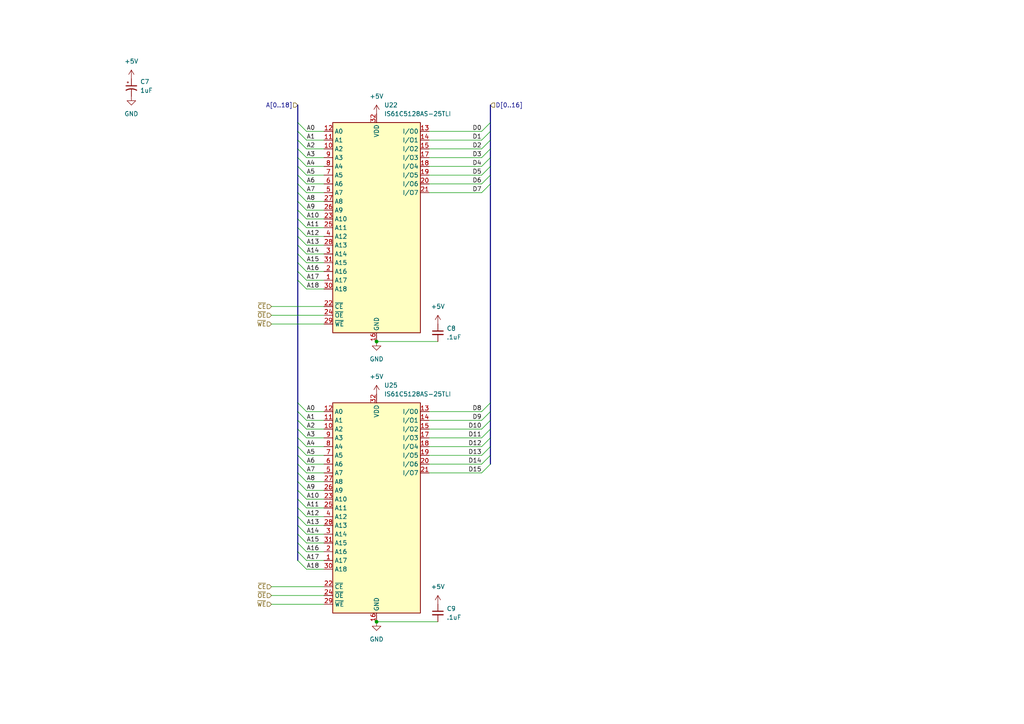
<source format=kicad_sch>
(kicad_sch (version 20230121) (generator eeschema)
  (paper "A4")
  (lib_symbols
    (symbol "Device:C_Polarized_Small_US" (pin_numbers hide) (pin_names (offset 0.254) hide)
      (property "Reference" "C" (at 0.254 1.778 0))
      (property "Value" "C_Polarized_Small_US" (at 0.254 -2.032 0))
      (symbol "C_Polarized_Small_US_0_1"
        (polyline (pts (xy -1.524 0.508) (xy 1.524 0.508)) (stroke (width 0.3048)))
        (polyline (pts (xy -1.27 1.524) (xy -0.762 1.524)))
        (polyline (pts (xy -1.016 1.27) (xy -1.016 1.778)))
        (arc (start 1.524 -0.762) (mid 0 -0.3734) (end -1.524 -0.762) (stroke (width 0.3048)))
      )
      (symbol "C_Polarized_Small_US_1_1"
        (pin passive line (at 0 2.54 270) (length 2.032) (name "~") (number "1"))
        (pin passive line (at 0 -2.54 90) (length 2.032) (name "~") (number "2"))
      )
    )
    (symbol "Device:C_Small" (pin_numbers hide) (pin_names (offset 0.254) hide)
      (property "Reference" "C" (at 0.254 1.778 0))
      (property "Value" "C_Small" (at 0.254 -2.032 0))
      (symbol "C_Small_0_1"
        (polyline (pts (xy -1.524 -0.508) (xy 1.524 -0.508)) (stroke (width 0.3302)))
        (polyline (pts (xy -1.524 0.508) (xy 1.524 0.508)) (stroke (width 0.3048)))
      )
      (symbol "C_Small_1_1"
        (pin passive line (at 0 2.54 270) (length 2.032) (name "~") (number "1"))
        (pin passive line (at 0 -2.54 90) (length 2.032) (name "~") (number "2"))
      )
    )
    (symbol "Memory_RAM:IS61C5128AS-25TLI"
      (property "Reference" "U" (at -10.16 31.75 0))
      (property "Value" "IS61C5128AS-25TLI" (at 12.7 31.75 0))
      (symbol "IS61C5128AS-25TLI_0_1"
        (rectangle (start -12.7 30.48) (end 12.7 -30.48) (stroke (width 0.254)) (fill (type background)))
      )
      (symbol "IS61C5128AS-25TLI_1_1"
        (pin input line (at -15.24 -15.24 0) (length 2.54) (name "A17") (number "1"))
        (pin input line (at -15.24 22.86 0) (length 2.54) (name "A2") (number "10"))
        (pin input line (at -15.24 25.4 0) (length 2.54) (name "A1") (number "11"))
        (pin input line (at -15.24 27.94 0) (length 2.54) (name "A0") (number "12"))
        (pin bidirectional line (at 15.24 27.94 180) (length 2.54) (name "I/O0") (number "13"))
        (pin bidirectional line (at 15.24 25.4 180) (length 2.54) (name "I/O1") (number "14"))
        (pin bidirectional line (at 15.24 22.86 180) (length 2.54) (name "I/O2") (number "15"))
        (pin power_in line (at 0 -33.02 90) (length 2.54) (name "GND") (number "16"))
        (pin bidirectional line (at 15.24 20.32 180) (length 2.54) (name "I/O3") (number "17"))
        (pin bidirectional line (at 15.24 17.78 180) (length 2.54) (name "I/O4") (number "18"))
        (pin bidirectional line (at 15.24 15.24 180) (length 2.54) (name "I/O5") (number "19"))
        (pin input line (at -15.24 -12.7 0) (length 2.54) (name "A16") (number "2"))
        (pin bidirectional line (at 15.24 12.7 180) (length 2.54) (name "I/O6") (number "20"))
        (pin bidirectional line (at 15.24 10.16 180) (length 2.54) (name "I/O7") (number "21"))
        (pin input line (at -15.24 -22.86 0) (length 2.54) (name "~{CE}") (number "22"))
        (pin input line (at -15.24 2.54 0) (length 2.54) (name "A10") (number "23"))
        (pin input line (at -15.24 -25.4 0) (length 2.54) (name "~{OE}") (number "24"))
        (pin input line (at -15.24 0 0) (length 2.54) (name "A11") (number "25"))
        (pin input line (at -15.24 5.08 0) (length 2.54) (name "A9") (number "26"))
        (pin input line (at -15.24 7.62 0) (length 2.54) (name "A8") (number "27"))
        (pin input line (at -15.24 -5.08 0) (length 2.54) (name "A13") (number "28"))
        (pin input line (at -15.24 -27.94 0) (length 2.54) (name "~{WE}") (number "29"))
        (pin input line (at -15.24 -7.62 0) (length 2.54) (name "A14") (number "3"))
        (pin input line (at -15.24 -17.78 0) (length 2.54) (name "A18") (number "30"))
        (pin input line (at -15.24 -10.16 0) (length 2.54) (name "A15") (number "31"))
        (pin power_in line (at 0 33.02 270) (length 2.54) (name "VDD") (number "32"))
        (pin input line (at -15.24 -2.54 0) (length 2.54) (name "A12") (number "4"))
        (pin input line (at -15.24 10.16 0) (length 2.54) (name "A7") (number "5"))
        (pin input line (at -15.24 12.7 0) (length 2.54) (name "A6") (number "6"))
        (pin input line (at -15.24 15.24 0) (length 2.54) (name "A5") (number "7"))
        (pin input line (at -15.24 17.78 0) (length 2.54) (name "A4") (number "8"))
        (pin input line (at -15.24 20.32 0) (length 2.54) (name "A3") (number "9"))
      )
    )
    (symbol "power:+5V" (power) (pin_names (offset 0))
      (property "Value" "+5V" (at 0 3.556 0))
      (symbol "+5V_0_1"
        (polyline (pts (xy -0.762 1.27) (xy 0 2.54)))
        (polyline (pts (xy 0 0) (xy 0 2.54)))
        (polyline (pts (xy 0 2.54) (xy 0.762 1.27)))
      )
      (symbol "+5V_1_1"
        (pin power_in line (at 0 0 90) (length 0) hide (name "+5V") (number "1"))
      )
    )
    (symbol "power:GND" (power) (pin_names (offset 0))
      (property "Value" "GND" (at 0 -3.81 0))
      (symbol "GND_0_1"
        (polyline (pts (xy 0 0) (xy 0 -1.27) (xy 1.27 -1.27) (xy 0 -2.54) (xy -1.27 -1.27) (xy 0 -1.27)))
      )
      (symbol "GND_1_1"
        (pin power_in line (at 0 0 270) (length 0) hide (name "GND") (number "1"))
      )
    )
  )
  (junction (at 109.22 99.06))
  (junction (at 109.22 180.34))
  (bus_entry (at 86.36 48.26) (size 2.54 2.54))
  (bus_entry (at 86.36 45.72) (size 2.54 2.54))
  (bus_entry (at 86.36 81.28) (size 2.54 2.54))
  (bus_entry (at 139.7 40.64) (size 2.54 -2.54))
  (bus_entry (at 86.36 63.5) (size 2.54 2.54))
  (bus_entry (at 86.36 53.34) (size 2.54 2.54))
  (bus_entry (at 86.36 58.42) (size 2.54 2.54))
  (bus_entry (at 86.36 40.64) (size 2.54 2.54))
  (bus_entry (at 86.36 35.56) (size 2.54 2.54))
  (bus_entry (at 86.36 66.04) (size 2.54 2.54))
  (bus_entry (at 139.7 53.34) (size 2.54 -2.54))
  (bus_entry (at 86.36 68.58) (size 2.54 2.54))
  (bus_entry (at 139.7 132.08) (size 2.54 -2.54))
  (bus_entry (at 86.36 147.32) (size 2.54 2.54))
  (bus_entry (at 139.7 48.26) (size 2.54 -2.54))
  (bus_entry (at 139.7 121.92) (size 2.54 -2.54))
  (bus_entry (at 86.36 149.86) (size 2.54 2.54))
  (bus_entry (at 139.7 45.72) (size 2.54 -2.54))
  (bus_entry (at 86.36 38.1) (size 2.54 2.54))
  (bus_entry (at 139.7 137.16) (size 2.54 -2.54))
  (bus_entry (at 86.36 137.16) (size 2.54 2.54))
  (bus_entry (at 86.36 142.24) (size 2.54 2.54))
  (bus_entry (at 86.36 127) (size 2.54 2.54))
  (bus_entry (at 86.36 50.8) (size 2.54 2.54))
  (bus_entry (at 86.36 154.94) (size 2.54 2.54))
  (bus_entry (at 86.36 78.74) (size 2.54 2.54))
  (bus_entry (at 86.36 119.38) (size 2.54 2.54))
  (bus_entry (at 86.36 129.54) (size 2.54 2.54))
  (bus_entry (at 86.36 60.96) (size 2.54 2.54))
  (bus_entry (at 86.36 160.02) (size 2.54 2.54))
  (bus_entry (at 86.36 134.62) (size 2.54 2.54))
  (bus_entry (at 139.7 55.88) (size 2.54 -2.54))
  (bus_entry (at 86.36 124.46) (size 2.54 2.54))
  (bus_entry (at 86.36 55.88) (size 2.54 2.54))
  (bus_entry (at 86.36 73.66) (size 2.54 2.54))
  (bus_entry (at 86.36 116.84) (size 2.54 2.54))
  (bus_entry (at 139.7 50.8) (size 2.54 -2.54))
  (bus_entry (at 139.7 38.1) (size 2.54 -2.54))
  (bus_entry (at 86.36 144.78) (size 2.54 2.54))
  (bus_entry (at 139.7 43.18) (size 2.54 -2.54))
  (bus_entry (at 139.7 119.38) (size 2.54 -2.54))
  (bus_entry (at 139.7 134.62) (size 2.54 -2.54))
  (bus_entry (at 86.36 132.08) (size 2.54 2.54))
  (bus_entry (at 139.7 124.46) (size 2.54 -2.54))
  (bus_entry (at 139.7 127) (size 2.54 -2.54))
  (bus_entry (at 139.7 129.54) (size 2.54 -2.54))
  (bus_entry (at 86.36 152.4) (size 2.54 2.54))
  (bus_entry (at 86.36 76.2) (size 2.54 2.54))
  (bus_entry (at 86.36 139.7) (size 2.54 2.54))
  (bus_entry (at 86.36 162.56) (size 2.54 2.54))
  (bus_entry (at 86.36 157.48) (size 2.54 2.54))
  (bus_entry (at 86.36 71.12) (size 2.54 2.54))
  (bus_entry (at 86.36 121.92) (size 2.54 2.54))
  (bus_entry (at 86.36 43.18) (size 2.54 2.54))
  (bus (pts (xy 142.24 45.72) (xy 142.24 48.26)))
  (bus (pts (xy 86.36 76.2) (xy 86.36 78.74)))
  (wire (pts (xy 88.9 132.08) (xy 93.98 132.08)))
  (wire (pts (xy 78.74 170.18) (xy 93.98 170.18)))
  (wire (pts (xy 88.9 48.26) (xy 93.98 48.26)))
  (bus (pts (xy 86.36 60.96) (xy 86.36 63.5)))
  (bus (pts (xy 86.36 132.08) (xy 86.36 134.62)))
  (bus (pts (xy 86.36 139.7) (xy 86.36 142.24)))
  (bus (pts (xy 86.36 53.34) (xy 86.36 55.88)))
  (bus (pts (xy 86.36 124.46) (xy 86.36 127)))
  (bus (pts (xy 86.36 147.32) (xy 86.36 149.86)))
  (wire (pts (xy 88.9 73.66) (xy 93.98 73.66)))
  (wire (pts (xy 124.46 119.38) (xy 139.7 119.38)))
  (wire (pts (xy 88.9 124.46) (xy 93.98 124.46)))
  (bus (pts (xy 86.36 45.72) (xy 86.36 48.26)))
  (bus (pts (xy 86.36 116.84) (xy 86.36 119.38)))
  (bus (pts (xy 86.36 78.74) (xy 86.36 81.28)))
  (wire (pts (xy 88.9 165.1) (xy 93.98 165.1)))
  (wire (pts (xy 124.46 48.26) (xy 139.7 48.26)))
  (wire (pts (xy 88.9 43.18) (xy 93.98 43.18)))
  (wire (pts (xy 124.46 132.08) (xy 139.7 132.08)))
  (bus (pts (xy 142.24 50.8) (xy 142.24 53.34)))
  (wire (pts (xy 88.9 55.88) (xy 93.98 55.88)))
  (bus (pts (xy 142.24 129.54) (xy 142.24 132.08)))
  (wire (pts (xy 88.9 45.72) (xy 93.98 45.72)))
  (wire (pts (xy 88.9 71.12) (xy 93.98 71.12)))
  (bus (pts (xy 86.36 149.86) (xy 86.36 152.4)))
  (wire (pts (xy 124.46 137.16) (xy 139.7 137.16)))
  (wire (pts (xy 124.46 134.62) (xy 139.7 134.62)))
  (wire (pts (xy 88.9 53.34) (xy 93.98 53.34)))
  (wire (pts (xy 124.46 53.34) (xy 139.7 53.34)))
  (wire (pts (xy 78.74 91.44) (xy 93.98 91.44)))
  (bus (pts (xy 142.24 38.1) (xy 142.24 40.64)))
  (bus (pts (xy 86.36 81.28) (xy 86.36 116.84)))
  (wire (pts (xy 78.74 172.72) (xy 93.98 172.72)))
  (bus (pts (xy 142.24 121.92) (xy 142.24 124.46)))
  (bus (pts (xy 86.36 157.48) (xy 86.36 160.02)))
  (wire (pts (xy 88.9 121.92) (xy 93.98 121.92)))
  (bus (pts (xy 86.36 50.8) (xy 86.36 53.34)))
  (wire (pts (xy 88.9 154.94) (xy 93.98 154.94)))
  (wire (pts (xy 88.9 78.74) (xy 93.98 78.74)))
  (wire (pts (xy 88.9 147.32) (xy 93.98 147.32)))
  (wire (pts (xy 78.74 88.9) (xy 93.98 88.9)))
  (bus (pts (xy 142.24 48.26) (xy 142.24 50.8)))
  (wire (pts (xy 109.22 99.06) (xy 127 99.06)))
  (wire (pts (xy 88.9 127) (xy 93.98 127)))
  (bus (pts (xy 142.24 43.18) (xy 142.24 45.72)))
  (wire (pts (xy 88.9 144.78) (xy 93.98 144.78)))
  (wire (pts (xy 88.9 160.02) (xy 93.98 160.02)))
  (wire (pts (xy 88.9 157.48) (xy 93.98 157.48)))
  (wire (pts (xy 88.9 83.82) (xy 93.98 83.82)))
  (wire (pts (xy 88.9 50.8) (xy 93.98 50.8)))
  (bus (pts (xy 142.24 40.64) (xy 142.24 43.18)))
  (wire (pts (xy 124.46 45.72) (xy 139.7 45.72)))
  (wire (pts (xy 124.46 40.64) (xy 139.7 40.64)))
  (bus (pts (xy 86.36 55.88) (xy 86.36 58.42)))
  (wire (pts (xy 124.46 127) (xy 139.7 127)))
  (bus (pts (xy 142.24 35.56) (xy 142.24 38.1)))
  (bus (pts (xy 86.36 63.5) (xy 86.36 66.04)))
  (wire (pts (xy 88.9 134.62) (xy 93.98 134.62)))
  (wire (pts (xy 88.9 40.64) (xy 93.98 40.64)))
  (bus (pts (xy 86.36 73.66) (xy 86.36 76.2)))
  (bus (pts (xy 86.36 129.54) (xy 86.36 132.08)))
  (wire (pts (xy 88.9 129.54) (xy 93.98 129.54)))
  (bus (pts (xy 86.36 134.62) (xy 86.36 137.16)))
  (bus (pts (xy 86.36 142.24) (xy 86.36 144.78)))
  (bus (pts (xy 142.24 119.38) (xy 142.24 121.92)))
  (wire (pts (xy 124.46 38.1) (xy 139.7 38.1)))
  (wire (pts (xy 88.9 66.04) (xy 93.98 66.04)))
  (wire (pts (xy 88.9 162.56) (xy 93.98 162.56)))
  (wire (pts (xy 124.46 43.18) (xy 139.7 43.18)))
  (wire (pts (xy 109.22 180.34) (xy 127 180.34)))
  (bus (pts (xy 86.36 35.56) (xy 86.36 38.1)))
  (bus (pts (xy 142.24 132.08) (xy 142.24 134.62)))
  (wire (pts (xy 88.9 149.86) (xy 93.98 149.86)))
  (bus (pts (xy 86.36 30.48) (xy 86.36 35.56)))
  (bus (pts (xy 142.24 124.46) (xy 142.24 127)))
  (bus (pts (xy 142.24 127) (xy 142.24 129.54)))
  (wire (pts (xy 124.46 50.8) (xy 139.7 50.8)))
  (bus (pts (xy 86.36 58.42) (xy 86.36 60.96)))
  (bus (pts (xy 86.36 38.1) (xy 86.36 40.64)))
  (wire (pts (xy 78.74 93.98) (xy 93.98 93.98)))
  (bus (pts (xy 86.36 137.16) (xy 86.36 139.7)))
  (wire (pts (xy 88.9 76.2) (xy 93.98 76.2)))
  (bus (pts (xy 86.36 154.94) (xy 86.36 157.48)))
  (wire (pts (xy 78.74 175.26) (xy 93.98 175.26)))
  (wire (pts (xy 88.9 139.7) (xy 93.98 139.7)))
  (bus (pts (xy 142.24 116.84) (xy 142.24 119.38)))
  (wire (pts (xy 88.9 38.1) (xy 93.98 38.1)))
  (wire (pts (xy 88.9 81.28) (xy 93.98 81.28)))
  (bus (pts (xy 86.36 121.92) (xy 86.36 124.46)))
  (wire (pts (xy 88.9 152.4) (xy 93.98 152.4)))
  (wire (pts (xy 124.46 121.92) (xy 139.7 121.92)))
  (wire (pts (xy 124.46 129.54) (xy 139.7 129.54)))
  (bus (pts (xy 142.24 53.34) (xy 142.24 116.84)))
  (bus (pts (xy 86.36 160.02) (xy 86.36 162.56)))
  (bus (pts (xy 86.36 68.58) (xy 86.36 71.12)))
  (bus (pts (xy 86.36 48.26) (xy 86.36 50.8)))
  (wire (pts (xy 88.9 60.96) (xy 93.98 60.96)))
  (wire (pts (xy 88.9 63.5) (xy 93.98 63.5)))
  (wire (pts (xy 124.46 55.88) (xy 139.7 55.88)))
  (wire (pts (xy 124.46 124.46) (xy 139.7 124.46)))
  (wire (pts (xy 88.9 68.58) (xy 93.98 68.58)))
  (wire (pts (xy 88.9 142.24) (xy 93.98 142.24)))
  (bus (pts (xy 86.36 40.64) (xy 86.36 43.18)))
  (bus (pts (xy 86.36 119.38) (xy 86.36 121.92)))
  (bus (pts (xy 86.36 66.04) (xy 86.36 68.58)))
  (bus (pts (xy 86.36 127) (xy 86.36 129.54)))
  (wire (pts (xy 88.9 119.38) (xy 93.98 119.38)))
  (bus (pts (xy 86.36 71.12) (xy 86.36 73.66)))
  (wire (pts (xy 88.9 137.16) (xy 93.98 137.16)))
  (bus (pts (xy 86.36 152.4) (xy 86.36 154.94)))
  (bus (pts (xy 86.36 144.78) (xy 86.36 147.32)))
  (bus (pts (xy 86.36 43.18) (xy 86.36 45.72)))
  (bus (pts (xy 142.24 30.48) (xy 142.24 35.56)))
  (wire (pts (xy 88.9 58.42) (xy 93.98 58.42)))
  (label "D7" (at 139.7 55.88 180))
  (label "A2" (at 88.9 124.46 0))
  (label "A18" (at 88.9 165.1 0))
  (label "A1" (at 88.9 40.64 0))
  (label "D8" (at 139.7 119.38 180))
  (label "A4" (at 88.9 129.54 0))
  (label "A3" (at 88.9 45.72 0))
  (label "A9" (at 88.9 60.96 0))
  (label "A12" (at 88.9 149.86 0))
  (label "D13" (at 139.7 132.08 180))
  (label "A7" (at 88.9 55.88 0))
  (label "A13" (at 88.9 71.12 0))
  (label "A1" (at 88.9 121.92 0))
  (label "A14" (at 88.9 154.94 0))
  (label "A15" (at 88.9 157.48 0))
  (label "A7" (at 88.9 137.16 0))
  (label "A11" (at 88.9 147.32 0))
  (label "D12" (at 139.7 129.54 180))
  (label "D15" (at 139.7 137.16 180))
  (label "D10" (at 139.7 124.46 180))
  (label "A8" (at 88.9 58.42 0))
  (label "A10" (at 88.9 63.5 0))
  (label "A16" (at 88.9 160.02 0))
  (label "D3" (at 139.7 45.72 180))
  (label "A3" (at 88.9 127 0))
  (label "D1" (at 139.7 40.64 180))
  (label "A10" (at 88.9 144.78 0))
  (label "D11" (at 139.7 127 180))
  (label "A14" (at 88.9 73.66 0))
  (label "A4" (at 88.9 48.26 0))
  (label "A5" (at 88.9 132.08 0))
  (label "A0" (at 88.9 38.1 0))
  (label "A2" (at 88.9 43.18 0))
  (label "D14" (at 139.7 134.62 180))
  (label "A17" (at 88.9 162.56 0))
  (label "A9" (at 88.9 142.24 0))
  (label "D6" (at 139.7 53.34 180))
  (label "A6" (at 88.9 53.34 0))
  (label "A18" (at 88.9 83.82 0))
  (label "D5" (at 139.7 50.8 180))
  (label "A15" (at 88.9 76.2 0))
  (label "A6" (at 88.9 134.62 0))
  (label "D9" (at 139.7 121.92 180))
  (label "A5" (at 88.9 50.8 0))
  (label "D2" (at 139.7 43.18 180))
  (label "A0" (at 88.9 119.38 0))
  (label "D0" (at 139.7 38.1 180))
  (label "A17" (at 88.9 81.28 0))
  (label "A12" (at 88.9 68.58 0))
  (label "A13" (at 88.9 152.4 0))
  (label "A16" (at 88.9 78.74 0))
  (label "D4" (at 139.7 48.26 180))
  (label "A11" (at 88.9 66.04 0))
  (label "A8" (at 88.9 139.7 0))
  (hierarchical_label "~{WE}" (shape input) (at 78.74 93.98 180))
  (hierarchical_label "~{CE}" (shape input) (at 78.74 170.18 180))
  (hierarchical_label "~{WE}" (shape input) (at 78.74 175.26 180))
  (hierarchical_label "A[0..18]" (shape input) (at 86.36 30.48 180))
  (hierarchical_label "D[0..16]" (shape input) (at 142.24 30.48 0))
  (hierarchical_label "~{CE}" (shape input) (at 78.74 88.9 180))
  (hierarchical_label "~{OE}" (shape input) (at 78.74 91.44 180))
  (hierarchical_label "~{OE}" (shape input) (at 78.74 172.72 180))
  (symbol (lib_id "power:+5V") (at 127 93.98 0) (unit 1)
    (property "Reference" "#PWR0124" (effects hide))
    (property "Value" "+5V" (at 127 88.9 0))
  )
  (symbol (lib_id "power:+5V") (at 38.1 22.86 0) (unit 1)
    (property "Reference" "#PWR0125" (effects hide))
    (property "Value" "+5V" (at 38.1 17.78 0))
  )
  (symbol (lib_id "Memory_RAM:IS61C5128AS-25TLI") (at 109.22 66.04 0) (unit 1)
    (property "Reference" "U22" (at 111.4141 30.48 0) (effects (justify left)))
    (property "Value" "IS61C5128AS-25TLI" (at 111.4141 33.02 0) (effects (justify left)))
    (property "Footprint" "Package_SO:TSOP-II-32_21.0x10.2mm_P1.27mm" (effects hide))
    (property "Datasheet" "http://www.issi.com/WW/pdf/61-64C5128AL.pdf" (effects hide))
  )
  (symbol (lib_id "power:GND") (at 109.22 99.06 0) (unit 1)
    (property "Reference" "#PWR0118" (effects hide))
    (property "Value" "GND" (at 109.22 104.14 0))
  )
  (symbol (lib_id "Device:C_Polarized_Small_US") (at 38.1 25.4 0) (unit 1)
    (property "Reference" "C7" (at 40.64 23.6982 0) (effects (justify left)))
    (property "Value" "1uF" (at 40.64 26.2382 0) (effects (justify left)))
  )
  (symbol (lib_id "power:+5V") (at 127 175.26 0) (unit 1)
    (property "Reference" "#PWR0123" (effects hide))
    (property "Value" "+5V" (at 127 170.18 0))
  )
  (symbol (lib_id "power:+5V") (at 109.22 33.02 0) (unit 1)
    (property "Reference" "#PWR0122" (effects hide))
    (property "Value" "+5V" (at 109.22 27.94 0))
  )
  (symbol (lib_id "Memory_RAM:IS61C5128AS-25TLI") (at 109.22 147.32 0) (unit 1)
    (property "Reference" "U25" (at 111.4141 111.76 0) (effects (justify left)))
    (property "Value" "IS61C5128AS-25TLI" (at 111.4141 114.3 0) (effects (justify left)))
    (property "Footprint" "Package_SO:TSOP-II-32_21.0x10.2mm_P1.27mm" (effects hide))
    (property "Datasheet" "http://www.issi.com/WW/pdf/61-64C5128AL.pdf" (effects hide))
  )
  (symbol (lib_id "power:GND") (at 109.22 180.34 0) (unit 1)
    (property "Reference" "#PWR0119" (effects hide))
    (property "Value" "GND" (at 109.22 185.42 0))
  )
  (symbol (lib_id "power:+5V") (at 109.22 114.3 0) (unit 1)
    (property "Reference" "#PWR0121" (effects hide))
    (property "Value" "+5V" (at 109.22 109.22 0))
  )
  (symbol (lib_id "power:GND") (at 38.1 27.94 0) (unit 1)
    (property "Reference" "#PWR0126" (effects hide))
    (property "Value" "GND" (at 38.1 33.02 0))
  )
  (symbol (lib_id "Device:C_Small") (at 127 96.52 0) (unit 1)
    (property "Reference" "C8" (at 129.54 95.2563 0) (effects (justify left)))
    (property "Value" ".1uF" (at 129.54 97.7963 0) (effects (justify left)))
  )
  (symbol (lib_id "Device:C_Small") (at 127 177.8 0) (unit 1)
    (property "Reference" "C9" (at 129.54 176.5363 0) (effects (justify left)))
    (property "Value" ".1uF" (at 129.54 179.0763 0) (effects (justify left)))
  )
)
</source>
